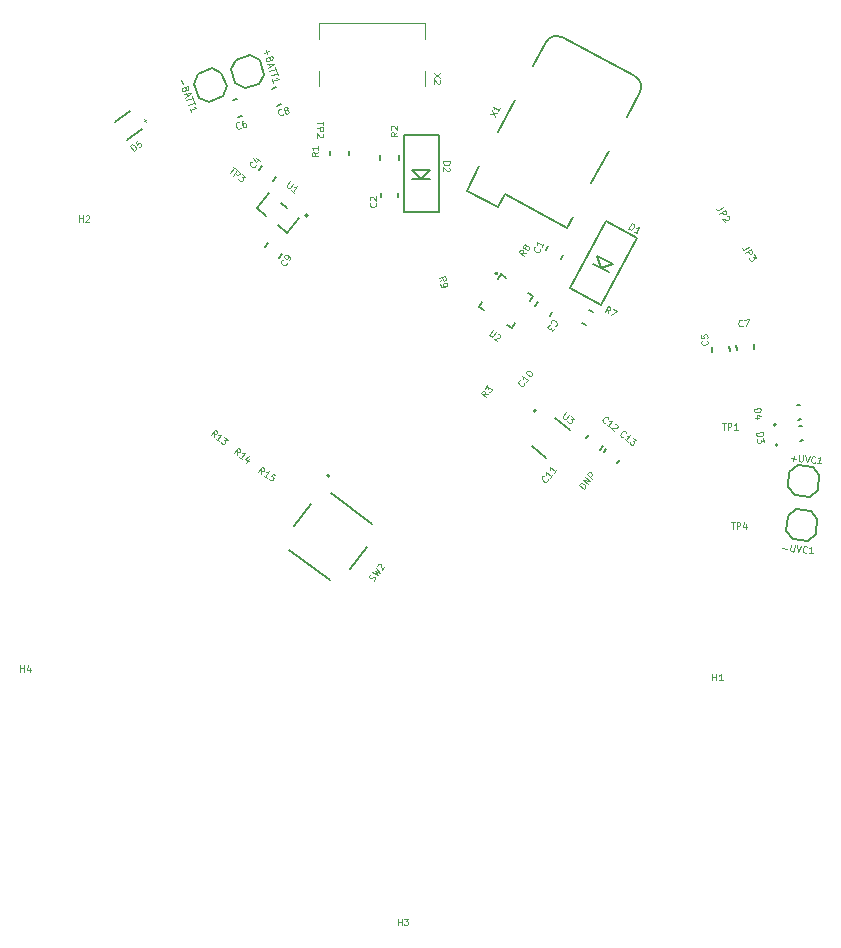
<source format=gto>
%TF.GenerationSoftware,KiCad,Pcbnew,8.0.1*%
%TF.CreationDate,2025-11-28T14:34:22-07:00*%
%TF.ProjectId,F-UVC-Solar-WB_RevA1.1_PCB,462d5556-432d-4536-9f6c-61722d57425f,rev?*%
%TF.SameCoordinates,Original*%
%TF.FileFunction,Legend,Top*%
%TF.FilePolarity,Positive*%
%FSLAX46Y46*%
G04 Gerber Fmt 4.6, Leading zero omitted, Abs format (unit mm)*
G04 Created by KiCad (PCBNEW 8.0.1) date 2025-11-28 14:34:22*
%MOMM*%
%LPD*%
G01*
G04 APERTURE LIST*
%ADD10C,0.054864*%
%ADD11C,0.080000*%
%ADD12C,0.203200*%
%ADD13C,0.200000*%
%ADD14C,0.127000*%
%ADD15C,0.304800*%
%ADD16C,0.152400*%
%ADD17C,0.101600*%
G04 APERTURE END LIST*
D10*
X173516544Y-98297779D02*
X173516544Y-97743043D01*
X173516544Y-98007203D02*
X173833536Y-98007203D01*
X173833536Y-98297779D02*
X173833536Y-97743043D01*
X174335440Y-97927955D02*
X174335440Y-98297779D01*
X174203360Y-97716627D02*
X174071280Y-98112867D01*
X174071280Y-98112867D02*
X174414688Y-98112867D01*
X232092533Y-99014862D02*
X232084778Y-98460180D01*
X232088470Y-98724315D02*
X232405431Y-98719883D01*
X232409494Y-99010431D02*
X232401739Y-98455749D01*
X232964175Y-99002676D02*
X232647214Y-99007107D01*
X232805695Y-99004892D02*
X232797940Y-98450210D01*
X232797940Y-98450210D02*
X232746221Y-98530189D01*
X232746221Y-98530189D02*
X232694133Y-98583754D01*
X232694133Y-98583754D02*
X232641675Y-98610906D01*
X205469744Y-119735379D02*
X205469744Y-119180643D01*
X205469744Y-119444803D02*
X205786736Y-119444803D01*
X205786736Y-119735379D02*
X205786736Y-119180643D01*
X205998064Y-119180643D02*
X206341472Y-119180643D01*
X206341472Y-119180643D02*
X206156560Y-119391971D01*
X206156560Y-119391971D02*
X206235808Y-119391971D01*
X206235808Y-119391971D02*
X206288640Y-119418387D01*
X206288640Y-119418387D02*
X206315056Y-119444803D01*
X206315056Y-119444803D02*
X206341472Y-119497635D01*
X206341472Y-119497635D02*
X206341472Y-119629715D01*
X206341472Y-119629715D02*
X206315056Y-119682547D01*
X206315056Y-119682547D02*
X206288640Y-119708963D01*
X206288640Y-119708963D02*
X206235808Y-119735379D01*
X206235808Y-119735379D02*
X206077312Y-119735379D01*
X206077312Y-119735379D02*
X206024480Y-119708963D01*
X206024480Y-119708963D02*
X205998064Y-119682547D01*
X178494944Y-60197779D02*
X178494944Y-59643043D01*
X178494944Y-59907203D02*
X178811936Y-59907203D01*
X178811936Y-60197779D02*
X178811936Y-59643043D01*
X179049680Y-59695875D02*
X179076096Y-59669459D01*
X179076096Y-59669459D02*
X179128928Y-59643043D01*
X179128928Y-59643043D02*
X179261008Y-59643043D01*
X179261008Y-59643043D02*
X179313840Y-59669459D01*
X179313840Y-59669459D02*
X179340256Y-59695875D01*
X179340256Y-59695875D02*
X179366672Y-59748707D01*
X179366672Y-59748707D02*
X179366672Y-59801539D01*
X179366672Y-59801539D02*
X179340256Y-59880787D01*
X179340256Y-59880787D02*
X179023264Y-60197779D01*
X179023264Y-60197779D02*
X179366672Y-60197779D01*
X209028812Y-65238466D02*
X209250391Y-65004210D01*
X208965067Y-64927950D02*
X209508471Y-64816395D01*
X209508471Y-64816395D02*
X209550968Y-65023406D01*
X209550968Y-65023406D02*
X209535715Y-65080471D01*
X209535715Y-65080471D02*
X209515151Y-65111659D01*
X209515151Y-65111659D02*
X209468711Y-65148160D01*
X209468711Y-65148160D02*
X209391081Y-65164096D01*
X209391081Y-65164096D02*
X209334017Y-65148844D01*
X209334017Y-65148844D02*
X209302828Y-65128280D01*
X209302828Y-65128280D02*
X209266327Y-65081839D01*
X209266327Y-65081839D02*
X209223830Y-64874828D01*
X209081934Y-65497230D02*
X209103182Y-65600735D01*
X209103182Y-65600735D02*
X209139683Y-65647176D01*
X209139683Y-65647176D02*
X209170871Y-65667740D01*
X209170871Y-65667740D02*
X209259125Y-65703556D01*
X209259125Y-65703556D02*
X209367942Y-65708184D01*
X209367942Y-65708184D02*
X209574953Y-65665687D01*
X209574953Y-65665687D02*
X209621394Y-65629186D01*
X209621394Y-65629186D02*
X209641958Y-65597998D01*
X209641958Y-65597998D02*
X209657210Y-65540933D01*
X209657210Y-65540933D02*
X209635962Y-65437428D01*
X209635962Y-65437428D02*
X209599461Y-65390987D01*
X209599461Y-65390987D02*
X209568272Y-65370423D01*
X209568272Y-65370423D02*
X209511208Y-65355171D01*
X209511208Y-65355171D02*
X209381826Y-65381731D01*
X209381826Y-65381731D02*
X209335385Y-65418232D01*
X209335385Y-65418232D02*
X209314821Y-65449420D01*
X209314821Y-65449420D02*
X209299569Y-65506485D01*
X209299569Y-65506485D02*
X209320817Y-65609991D01*
X209320817Y-65609991D02*
X209357318Y-65656431D01*
X209357318Y-65656431D02*
X209388506Y-65676996D01*
X209388506Y-65676996D02*
X209445571Y-65692248D01*
X193923272Y-81582023D02*
X193906441Y-81260014D01*
X193654447Y-81414043D02*
X193948413Y-80943600D01*
X193948413Y-80943600D02*
X194127629Y-81055586D01*
X194127629Y-81055586D02*
X194158435Y-81105985D01*
X194158435Y-81105985D02*
X194166838Y-81142386D01*
X194166838Y-81142386D02*
X194161244Y-81201188D01*
X194161244Y-81201188D02*
X194119249Y-81268394D01*
X194119249Y-81268394D02*
X194068850Y-81299200D01*
X194068850Y-81299200D02*
X194032450Y-81307604D01*
X194032450Y-81307604D02*
X193973647Y-81302009D01*
X193973647Y-81302009D02*
X193794431Y-81190022D01*
X194371313Y-81861990D02*
X194102488Y-81694009D01*
X194236900Y-81778000D02*
X194530866Y-81307557D01*
X194530866Y-81307557D02*
X194444067Y-81346766D01*
X194444067Y-81346766D02*
X194371266Y-81363574D01*
X194371266Y-81363574D02*
X194312463Y-81357979D01*
X195090917Y-81657515D02*
X194866896Y-81517532D01*
X194866896Y-81517532D02*
X194704511Y-81727554D01*
X194704511Y-81727554D02*
X194740911Y-81719150D01*
X194740911Y-81719150D02*
X194799714Y-81724745D01*
X194799714Y-81724745D02*
X194911724Y-81794737D01*
X194911724Y-81794737D02*
X194942530Y-81845135D01*
X194942530Y-81845135D02*
X194950933Y-81881536D01*
X194950933Y-81881536D02*
X194945339Y-81940338D01*
X194945339Y-81940338D02*
X194875347Y-82052348D01*
X194875347Y-82052348D02*
X194824948Y-82083154D01*
X194824948Y-82083154D02*
X194788548Y-82091558D01*
X194788548Y-82091558D02*
X194729745Y-82085963D01*
X194729745Y-82085963D02*
X194617735Y-82015971D01*
X194617735Y-82015971D02*
X194586929Y-81965573D01*
X194586929Y-81965573D02*
X194578526Y-81929172D01*
X209315942Y-55082974D02*
X209870678Y-55082974D01*
X209870678Y-55082974D02*
X209870678Y-55215054D01*
X209870678Y-55215054D02*
X209844262Y-55294302D01*
X209844262Y-55294302D02*
X209791430Y-55347134D01*
X209791430Y-55347134D02*
X209738598Y-55373550D01*
X209738598Y-55373550D02*
X209632934Y-55399966D01*
X209632934Y-55399966D02*
X209553686Y-55399966D01*
X209553686Y-55399966D02*
X209448022Y-55373550D01*
X209448022Y-55373550D02*
X209395190Y-55347134D01*
X209395190Y-55347134D02*
X209342358Y-55294302D01*
X209342358Y-55294302D02*
X209315942Y-55215054D01*
X209315942Y-55215054D02*
X209315942Y-55082974D01*
X209817846Y-55611294D02*
X209844262Y-55637710D01*
X209844262Y-55637710D02*
X209870678Y-55690542D01*
X209870678Y-55690542D02*
X209870678Y-55822622D01*
X209870678Y-55822622D02*
X209844262Y-55875454D01*
X209844262Y-55875454D02*
X209817846Y-55901870D01*
X209817846Y-55901870D02*
X209765014Y-55928286D01*
X209765014Y-55928286D02*
X209712182Y-55928286D01*
X209712182Y-55928286D02*
X209632934Y-55901870D01*
X209632934Y-55901870D02*
X209315942Y-55584878D01*
X209315942Y-55584878D02*
X209315942Y-55928286D01*
X203421860Y-90571951D02*
X203490978Y-90525040D01*
X203490978Y-90525040D02*
X203571200Y-90420114D01*
X203571200Y-90420114D02*
X203582304Y-90362099D01*
X203582304Y-90362099D02*
X203577363Y-90325069D01*
X203577363Y-90325069D02*
X203551437Y-90271995D01*
X203551437Y-90271995D02*
X203509467Y-90239906D01*
X203509467Y-90239906D02*
X203451452Y-90228803D01*
X203451452Y-90228803D02*
X203414422Y-90233743D01*
X203414422Y-90233743D02*
X203361348Y-90259669D01*
X203361348Y-90259669D02*
X203276185Y-90327566D01*
X203276185Y-90327566D02*
X203223111Y-90353492D01*
X203223111Y-90353492D02*
X203186081Y-90358433D01*
X203186081Y-90358433D02*
X203128066Y-90347329D01*
X203128066Y-90347329D02*
X203086096Y-90315240D01*
X203086096Y-90315240D02*
X203060169Y-90262166D01*
X203060169Y-90262166D02*
X203055229Y-90225137D01*
X203055229Y-90225137D02*
X203066332Y-90167122D01*
X203066332Y-90167122D02*
X203146554Y-90062195D01*
X203146554Y-90062195D02*
X203215673Y-90015284D01*
X203306999Y-89852343D02*
X203827911Y-90084350D01*
X203827911Y-90084350D02*
X203577310Y-89759742D01*
X203577310Y-89759742D02*
X203956267Y-89916468D01*
X203956267Y-89916468D02*
X203595799Y-89474608D01*
X203750080Y-89359800D02*
X203745140Y-89322771D01*
X203745140Y-89322771D02*
X203756243Y-89264756D01*
X203756243Y-89264756D02*
X203836465Y-89159829D01*
X203836465Y-89159829D02*
X203889540Y-89133903D01*
X203889540Y-89133903D02*
X203926569Y-89128962D01*
X203926569Y-89128962D02*
X203984584Y-89140066D01*
X203984584Y-89140066D02*
X204026555Y-89172155D01*
X204026555Y-89172155D02*
X204073466Y-89241274D01*
X204073466Y-89241274D02*
X204132756Y-89685630D01*
X204132756Y-89685630D02*
X204341334Y-89412822D01*
X213491728Y-69321766D02*
X213242237Y-69695156D01*
X213242237Y-69695156D02*
X213234849Y-69753760D01*
X213234849Y-69753760D02*
X213242137Y-69790400D01*
X213242137Y-69790400D02*
X213271390Y-69841716D01*
X213271390Y-69841716D02*
X213359246Y-69900420D01*
X213359246Y-69900420D02*
X213417850Y-69907807D01*
X213417850Y-69907807D02*
X213454490Y-69900519D01*
X213454490Y-69900519D02*
X213505806Y-69871267D01*
X213505806Y-69871267D02*
X213755297Y-69497877D01*
X213923622Y-69673889D02*
X213960262Y-69666601D01*
X213960262Y-69666601D02*
X214018866Y-69673989D01*
X214018866Y-69673989D02*
X214128687Y-69747368D01*
X214128687Y-69747368D02*
X214157939Y-69798684D01*
X214157939Y-69798684D02*
X214165227Y-69835324D01*
X214165227Y-69835324D02*
X214157840Y-69893929D01*
X214157840Y-69893929D02*
X214128488Y-69937857D01*
X214128488Y-69937857D02*
X214062496Y-69989073D01*
X214062496Y-69989073D02*
X213622815Y-70076531D01*
X213622815Y-70076531D02*
X213908349Y-70267318D01*
X238038646Y-87821532D02*
X238459563Y-87859839D01*
X238753759Y-87541786D02*
X238713059Y-87989009D01*
X238713059Y-87989009D02*
X238734578Y-88044018D01*
X238734578Y-88044018D02*
X238758491Y-88072720D01*
X238758491Y-88072720D02*
X238808711Y-88103815D01*
X238808711Y-88103815D02*
X238913940Y-88113392D01*
X238913940Y-88113392D02*
X238968949Y-88091873D01*
X238968949Y-88091873D02*
X238997651Y-88067960D01*
X238997651Y-88067960D02*
X239028746Y-88017739D01*
X239028746Y-88017739D02*
X239069447Y-87570515D01*
X239253598Y-87587275D02*
X239387472Y-88156487D01*
X239387472Y-88156487D02*
X239621900Y-87620793D01*
X240076249Y-88166120D02*
X240047548Y-88190033D01*
X240047548Y-88190033D02*
X239966232Y-88209158D01*
X239966232Y-88209158D02*
X239913617Y-88204370D01*
X239913617Y-88204370D02*
X239837090Y-88170880D01*
X239837090Y-88170880D02*
X239789263Y-88113477D01*
X239789263Y-88113477D02*
X239767744Y-88058468D01*
X239767744Y-88058468D02*
X239751014Y-87950845D01*
X239751014Y-87950845D02*
X239758196Y-87871923D01*
X239758196Y-87871923D02*
X239794080Y-87769088D01*
X239794080Y-87769088D02*
X239825176Y-87718868D01*
X239825176Y-87718868D02*
X239882578Y-87671041D01*
X239882578Y-87671041D02*
X239963894Y-87651917D01*
X239963894Y-87651917D02*
X240016509Y-87656705D01*
X240016509Y-87656705D02*
X240093037Y-87690195D01*
X240093037Y-87690195D02*
X240116950Y-87718896D01*
X240597607Y-88266617D02*
X240281919Y-88237888D01*
X240439763Y-88252253D02*
X240490040Y-87699800D01*
X240490040Y-87699800D02*
X240430243Y-87773933D01*
X240430243Y-87773933D02*
X240372840Y-87821759D01*
X240372840Y-87821759D02*
X240317831Y-87843278D01*
X223269214Y-67948742D02*
X223228566Y-67628866D01*
X222988680Y-67801146D02*
X223246973Y-67310211D01*
X223246973Y-67310211D02*
X223433996Y-67408609D01*
X223433996Y-67408609D02*
X223468452Y-67456586D01*
X223468452Y-67456586D02*
X223479530Y-67492263D01*
X223479530Y-67492263D02*
X223478308Y-67551319D01*
X223478308Y-67551319D02*
X223441409Y-67621452D01*
X223441409Y-67621452D02*
X223393432Y-67655908D01*
X223393432Y-67655908D02*
X223357755Y-67666986D01*
X223357755Y-67666986D02*
X223298699Y-67665765D01*
X223298699Y-67665765D02*
X223111677Y-67567368D01*
X223691152Y-67543905D02*
X224018442Y-67716101D01*
X224018442Y-67716101D02*
X223549748Y-68096338D01*
X196097311Y-63640581D02*
X196103670Y-63677393D01*
X196103670Y-63677393D02*
X196079576Y-63757378D01*
X196079576Y-63757378D02*
X196049123Y-63800550D01*
X196049123Y-63800550D02*
X195981857Y-63850081D01*
X195981857Y-63850081D02*
X195908232Y-63862800D01*
X195908232Y-63862800D02*
X195849833Y-63853932D01*
X195849833Y-63853932D02*
X195748263Y-63814612D01*
X195748263Y-63814612D02*
X195683505Y-63768932D01*
X195683505Y-63768932D02*
X195612388Y-63686439D01*
X195612388Y-63686439D02*
X195584442Y-63634400D01*
X195584442Y-63634400D02*
X195571724Y-63560775D01*
X195571724Y-63560775D02*
X195595818Y-63480790D01*
X195595818Y-63480790D02*
X195626271Y-63437618D01*
X195626271Y-63437618D02*
X195693537Y-63388087D01*
X195693537Y-63388087D02*
X195730350Y-63381728D01*
X196292750Y-63455175D02*
X196353656Y-63368831D01*
X196353656Y-63368831D02*
X196362524Y-63310432D01*
X196362524Y-63310432D02*
X196356164Y-63273619D01*
X196356164Y-63273619D02*
X196321860Y-63184768D01*
X196321860Y-63184768D02*
X196250742Y-63102275D01*
X196250742Y-63102275D02*
X196078055Y-62980462D01*
X196078055Y-62980462D02*
X196019656Y-62971594D01*
X196019656Y-62971594D02*
X195982844Y-62977954D01*
X195982844Y-62977954D02*
X195930804Y-63005899D01*
X195930804Y-63005899D02*
X195869898Y-63092243D01*
X195869898Y-63092243D02*
X195861030Y-63150641D01*
X195861030Y-63150641D02*
X195867390Y-63187454D01*
X195867390Y-63187454D02*
X195895335Y-63239493D01*
X195895335Y-63239493D02*
X196003265Y-63315627D01*
X196003265Y-63315627D02*
X196061663Y-63324494D01*
X196061663Y-63324494D02*
X196098476Y-63318135D01*
X196098476Y-63318135D02*
X196150515Y-63290189D01*
X196150515Y-63290189D02*
X196211422Y-63203845D01*
X196211422Y-63203845D02*
X196220289Y-63145447D01*
X196220289Y-63145447D02*
X196213930Y-63108634D01*
X196213930Y-63108634D02*
X196185985Y-63056595D01*
X191862168Y-79965825D02*
X191876840Y-79643710D01*
X191611019Y-79772413D02*
X191949488Y-79332902D01*
X191949488Y-79332902D02*
X192116921Y-79461843D01*
X192116921Y-79461843D02*
X192142662Y-79515007D01*
X192142662Y-79515007D02*
X192147473Y-79552054D01*
X192147473Y-79552054D02*
X192136167Y-79610030D01*
X192136167Y-79610030D02*
X192087814Y-79672817D01*
X192087814Y-79672817D02*
X192034650Y-79698558D01*
X192034650Y-79698558D02*
X191997603Y-79703369D01*
X191997603Y-79703369D02*
X191939628Y-79692063D01*
X191939628Y-79692063D02*
X191772195Y-79563122D01*
X192280751Y-80288176D02*
X192029601Y-80094765D01*
X192155176Y-80191471D02*
X192493645Y-79751959D01*
X192493645Y-79751959D02*
X192403434Y-79782512D01*
X192403434Y-79782512D02*
X192329341Y-79792135D01*
X192329341Y-79792135D02*
X192271365Y-79780829D01*
X192883121Y-80285285D02*
X192657475Y-80578293D01*
X192907416Y-80037265D02*
X192561007Y-80270613D01*
X192561007Y-80270613D02*
X192833085Y-80480142D01*
X218424080Y-68748204D02*
X218416440Y-68711636D01*
X218416440Y-68711636D02*
X218437730Y-68630860D01*
X218437730Y-68630860D02*
X218466658Y-68586652D01*
X218466658Y-68586652D02*
X218532156Y-68534804D01*
X218532156Y-68534804D02*
X218605292Y-68519525D01*
X218605292Y-68519525D02*
X218663965Y-68526350D01*
X218663965Y-68526350D02*
X218766845Y-68562104D01*
X218766845Y-68562104D02*
X218833157Y-68605497D01*
X218833157Y-68605497D02*
X218907108Y-68685459D01*
X218907108Y-68685459D02*
X218936852Y-68736492D01*
X218936852Y-68736492D02*
X218952131Y-68809628D01*
X218952131Y-68809628D02*
X218930842Y-68890405D01*
X218930842Y-68890405D02*
X218901913Y-68934613D01*
X218901913Y-68934613D02*
X218836416Y-68986460D01*
X218836416Y-68986460D02*
X218799847Y-68994100D01*
X218742804Y-69177756D02*
X218554766Y-69465108D01*
X218554766Y-69465108D02*
X218479186Y-69194665D01*
X218479186Y-69194665D02*
X218435792Y-69260977D01*
X218435792Y-69260977D02*
X218384760Y-69290720D01*
X218384760Y-69290720D02*
X218348191Y-69298360D01*
X218348191Y-69298360D02*
X218289519Y-69291535D01*
X218289519Y-69291535D02*
X218178999Y-69219213D01*
X218178999Y-69219213D02*
X218149256Y-69168180D01*
X218149256Y-69168180D02*
X218141616Y-69131611D01*
X218141616Y-69131611D02*
X218148441Y-69072939D01*
X218148441Y-69072939D02*
X218235227Y-68940315D01*
X218235227Y-68940315D02*
X218286260Y-68910572D01*
X218286260Y-68910572D02*
X218322829Y-68902932D01*
X183124122Y-54188475D02*
X182810715Y-53730754D01*
X182810715Y-53730754D02*
X182919696Y-53656134D01*
X182919696Y-53656134D02*
X183000008Y-53633157D01*
X183000008Y-53633157D02*
X183073449Y-53646901D01*
X183073449Y-53646901D02*
X183125094Y-53675570D01*
X183125094Y-53675570D02*
X183206587Y-53747830D01*
X183206587Y-53747830D02*
X183251359Y-53813219D01*
X183251359Y-53813219D02*
X183289260Y-53915328D01*
X183289260Y-53915328D02*
X183297312Y-53973844D01*
X183297312Y-53973844D02*
X183283568Y-54047285D01*
X183283568Y-54047285D02*
X183233103Y-54113854D01*
X183233103Y-54113854D02*
X183124122Y-54188475D01*
X183486397Y-53268105D02*
X183268435Y-53417347D01*
X183268435Y-53417347D02*
X183395880Y-53650233D01*
X183395880Y-53650233D02*
X183402752Y-53613513D01*
X183402752Y-53613513D02*
X183431421Y-53561868D01*
X183431421Y-53561868D02*
X183540402Y-53487247D01*
X183540402Y-53487247D02*
X183598918Y-53479195D01*
X183598918Y-53479195D02*
X183635638Y-53486067D01*
X183635638Y-53486067D02*
X183687283Y-53514735D01*
X183687283Y-53514735D02*
X183761904Y-53623716D01*
X183761904Y-53623716D02*
X183769956Y-53682233D01*
X183769956Y-53682233D02*
X183763084Y-53718953D01*
X183763084Y-53718953D02*
X183734416Y-53770598D01*
X183734416Y-53770598D02*
X183625435Y-53845219D01*
X183625435Y-53845219D02*
X183566918Y-53853271D01*
X183566918Y-53853271D02*
X183530198Y-53846399D01*
D11*
X183964120Y-51681139D02*
X184165290Y-51543395D01*
X184133577Y-51712852D02*
X183995833Y-51511682D01*
D10*
X194293869Y-45612315D02*
X194413202Y-46017775D01*
X194150806Y-45874712D02*
X194556266Y-45755379D01*
X194616018Y-46426201D02*
X194613052Y-46509683D01*
X194613052Y-46509683D02*
X194595169Y-46542483D01*
X194595169Y-46542483D02*
X194551945Y-46582741D01*
X194551945Y-46582741D02*
X194475921Y-46605116D01*
X194475921Y-46605116D02*
X194417780Y-46594691D01*
X194417780Y-46594691D02*
X194384980Y-46576808D01*
X194384980Y-46576808D02*
X194344723Y-46533584D01*
X194344723Y-46533584D02*
X194285056Y-46330854D01*
X194285056Y-46330854D02*
X194817222Y-46174229D01*
X194817222Y-46174229D02*
X194869430Y-46351618D01*
X194869430Y-46351618D02*
X194859006Y-46409759D01*
X194859006Y-46409759D02*
X194841123Y-46442558D01*
X194841123Y-46442558D02*
X194797899Y-46482816D01*
X194797899Y-46482816D02*
X194747216Y-46497733D01*
X194747216Y-46497733D02*
X194689075Y-46487308D01*
X194689075Y-46487308D02*
X194656276Y-46469425D01*
X194656276Y-46469425D02*
X194616018Y-46426201D01*
X194616018Y-46426201D02*
X194563810Y-46248813D01*
X194586270Y-46792929D02*
X194660853Y-47046341D01*
X194419306Y-46786996D02*
X195003680Y-46807760D01*
X195003680Y-46807760D02*
X194523723Y-47141774D01*
X195085722Y-47086514D02*
X195175222Y-47390609D01*
X194598306Y-47395186D02*
X195130472Y-47238561D01*
X195205055Y-47491974D02*
X195294555Y-47796068D01*
X194717639Y-47800646D02*
X195249805Y-47644021D01*
X194896639Y-48408836D02*
X194807139Y-48104741D01*
X194851889Y-48256788D02*
X195384055Y-48100163D01*
X195384055Y-48100163D02*
X195293115Y-48071856D01*
X195293115Y-48071856D02*
X195227516Y-48036090D01*
X195227516Y-48036090D02*
X195187258Y-47992866D01*
X219725078Y-76309244D02*
X219441252Y-76657249D01*
X219441252Y-76657249D02*
X219428331Y-76714887D01*
X219428331Y-76714887D02*
X219432106Y-76752054D01*
X219432106Y-76752054D02*
X219456353Y-76805916D01*
X219456353Y-76805916D02*
X219538236Y-76872699D01*
X219538236Y-76872699D02*
X219595874Y-76885619D01*
X219595874Y-76885619D02*
X219633040Y-76881844D01*
X219633040Y-76881844D02*
X219686903Y-76857598D01*
X219686903Y-76857598D02*
X219970729Y-76509592D01*
X220134497Y-76643157D02*
X220400619Y-76860201D01*
X220400619Y-76860201D02*
X220123757Y-76907099D01*
X220123757Y-76907099D02*
X220185170Y-76957186D01*
X220185170Y-76957186D02*
X220209416Y-77011048D01*
X220209416Y-77011048D02*
X220213191Y-77048215D01*
X220213191Y-77048215D02*
X220200271Y-77105852D01*
X220200271Y-77105852D02*
X220116792Y-77208207D01*
X220116792Y-77208207D02*
X220062930Y-77232453D01*
X220062930Y-77232453D02*
X220025763Y-77236228D01*
X220025763Y-77236228D02*
X219968126Y-77223308D01*
X219968126Y-77223308D02*
X219845300Y-77123134D01*
X219845300Y-77123134D02*
X219821054Y-77069272D01*
X219821054Y-77069272D02*
X219817279Y-77032105D01*
X189880968Y-78441825D02*
X189895640Y-78119710D01*
X189629819Y-78248413D02*
X189968288Y-77808902D01*
X189968288Y-77808902D02*
X190135721Y-77937843D01*
X190135721Y-77937843D02*
X190161462Y-77991007D01*
X190161462Y-77991007D02*
X190166273Y-78028054D01*
X190166273Y-78028054D02*
X190154967Y-78086030D01*
X190154967Y-78086030D02*
X190106614Y-78148817D01*
X190106614Y-78148817D02*
X190053450Y-78174558D01*
X190053450Y-78174558D02*
X190016403Y-78179369D01*
X190016403Y-78179369D02*
X189958428Y-78168063D01*
X189958428Y-78168063D02*
X189790995Y-78039122D01*
X190299551Y-78764176D02*
X190048401Y-78570765D01*
X190173976Y-78667471D02*
X190512445Y-78227959D01*
X190512445Y-78227959D02*
X190422234Y-78258512D01*
X190422234Y-78258512D02*
X190348141Y-78268135D01*
X190348141Y-78268135D02*
X190290165Y-78256829D01*
X190784524Y-78437488D02*
X191056602Y-78647017D01*
X191056602Y-78647017D02*
X190781158Y-78701627D01*
X190781158Y-78701627D02*
X190843945Y-78749979D01*
X190843945Y-78749979D02*
X190869686Y-78803144D01*
X190869686Y-78803144D02*
X190874497Y-78840190D01*
X190874497Y-78840190D02*
X190863191Y-78898166D01*
X190863191Y-78898166D02*
X190782603Y-79002812D01*
X190782603Y-79002812D02*
X190729439Y-79028553D01*
X190729439Y-79028553D02*
X190692392Y-79033364D01*
X190692392Y-79033364D02*
X190634417Y-79022058D01*
X190634417Y-79022058D02*
X190508842Y-78925352D01*
X190508842Y-78925352D02*
X190483101Y-78872188D01*
X190483101Y-78872188D02*
X190478290Y-78835141D01*
X218164316Y-81987664D02*
X218167832Y-82024856D01*
X218167832Y-82024856D02*
X218137671Y-82102756D01*
X218137671Y-82102756D02*
X218103995Y-82143464D01*
X218103995Y-82143464D02*
X218033126Y-82187687D01*
X218033126Y-82187687D02*
X217958742Y-82194719D01*
X217958742Y-82194719D02*
X217901196Y-82181396D01*
X217901196Y-82181396D02*
X217802943Y-82134397D01*
X217802943Y-82134397D02*
X217741881Y-82083883D01*
X217741881Y-82083883D02*
X217677304Y-81996176D01*
X217677304Y-81996176D02*
X217653434Y-81942146D01*
X217653434Y-81942146D02*
X217646403Y-81867762D01*
X217646403Y-81867762D02*
X217676563Y-81789862D01*
X217676563Y-81789862D02*
X217710240Y-81749154D01*
X217710240Y-81749154D02*
X217781108Y-81704931D01*
X217781108Y-81704931D02*
X217818300Y-81701415D01*
X218541788Y-81614263D02*
X218339730Y-81858510D01*
X218440759Y-81736386D02*
X218013327Y-81382784D01*
X218013327Y-81382784D02*
X218040712Y-81474007D01*
X218040712Y-81474007D02*
X218047744Y-81548391D01*
X218047744Y-81548391D02*
X218034421Y-81605937D01*
X218878552Y-81207186D02*
X218676493Y-81451432D01*
X218777523Y-81329309D02*
X218350091Y-80975707D01*
X218350091Y-80975707D02*
X218377476Y-81066929D01*
X218377476Y-81066929D02*
X218384508Y-81141313D01*
X218384508Y-81141313D02*
X218371185Y-81198859D01*
X221228908Y-82804119D02*
X220801477Y-82450517D01*
X220801477Y-82450517D02*
X220885668Y-82348748D01*
X220885668Y-82348748D02*
X220956536Y-82304524D01*
X220956536Y-82304524D02*
X221030921Y-82297493D01*
X221030921Y-82297493D02*
X221088466Y-82310815D01*
X221088466Y-82310815D02*
X221186720Y-82357814D01*
X221186720Y-82357814D02*
X221247782Y-82408329D01*
X221247782Y-82408329D02*
X221312359Y-82496035D01*
X221312359Y-82496035D02*
X221336229Y-82550066D01*
X221336229Y-82550066D02*
X221343260Y-82624450D01*
X221343260Y-82624450D02*
X221313099Y-82702350D01*
X221313099Y-82702350D02*
X221228908Y-82804119D01*
X221582510Y-82376688D02*
X221155079Y-82023086D01*
X221155079Y-82023086D02*
X221784569Y-82132441D01*
X221784569Y-82132441D02*
X221357137Y-81778839D01*
X221952951Y-81928902D02*
X221525519Y-81575300D01*
X221525519Y-81575300D02*
X221660225Y-81412469D01*
X221660225Y-81412469D02*
X221714255Y-81388600D01*
X221714255Y-81388600D02*
X221751447Y-81385084D01*
X221751447Y-81385084D02*
X221808993Y-81398406D01*
X221808993Y-81398406D02*
X221870055Y-81448921D01*
X221870055Y-81448921D02*
X221893924Y-81502951D01*
X221893924Y-81502951D02*
X221897440Y-81540143D01*
X221897440Y-81540143D02*
X221884117Y-81597689D01*
X221884117Y-81597689D02*
X221749412Y-81760520D01*
X234663860Y-68977651D02*
X234639351Y-69005845D01*
X234639351Y-69005845D02*
X234562138Y-69037723D01*
X234562138Y-69037723D02*
X234509435Y-69041408D01*
X234509435Y-69041408D02*
X234428538Y-69020583D01*
X234428538Y-69020583D02*
X234372150Y-68971564D01*
X234372150Y-68971564D02*
X234342114Y-68920703D01*
X234342114Y-68920703D02*
X234308393Y-68817138D01*
X234308393Y-68817138D02*
X234302866Y-68738083D01*
X234302866Y-68738083D02*
X234321849Y-68630834D01*
X234321849Y-68630834D02*
X234344516Y-68576289D01*
X234344516Y-68576289D02*
X234393535Y-68519901D01*
X234393535Y-68519901D02*
X234470748Y-68488022D01*
X234470748Y-68488022D02*
X234523451Y-68484338D01*
X234523451Y-68484338D02*
X234604349Y-68505163D01*
X234604349Y-68505163D02*
X234632543Y-68529672D01*
X234813320Y-68464073D02*
X235182244Y-68438282D01*
X235182244Y-68438282D02*
X234983765Y-69008248D01*
X213147449Y-74803515D02*
X212825445Y-74786600D01*
X212952294Y-75053312D02*
X212515150Y-74711790D01*
X212515150Y-74711790D02*
X212645254Y-74545259D01*
X212645254Y-74545259D02*
X212698596Y-74519889D01*
X212698596Y-74519889D02*
X212735675Y-74515336D01*
X212735675Y-74515336D02*
X212793571Y-74527045D01*
X212793571Y-74527045D02*
X212856020Y-74575834D01*
X212856020Y-74575834D02*
X212881390Y-74629176D01*
X212881390Y-74629176D02*
X212885943Y-74666256D01*
X212885943Y-74666256D02*
X212874234Y-74724151D01*
X212874234Y-74724151D02*
X212744130Y-74890682D01*
X212824146Y-74316279D02*
X213035565Y-74045666D01*
X213035565Y-74045666D02*
X213088255Y-74321484D01*
X213088255Y-74321484D02*
X213137044Y-74259035D01*
X213137044Y-74259035D02*
X213190386Y-74233665D01*
X213190386Y-74233665D02*
X213227465Y-74229112D01*
X213227465Y-74229112D02*
X213285361Y-74240821D01*
X213285361Y-74240821D02*
X213389443Y-74322136D01*
X213389443Y-74322136D02*
X213414813Y-74375478D01*
X213414813Y-74375478D02*
X213419366Y-74412558D01*
X213419366Y-74412558D02*
X213407657Y-74470453D01*
X213407657Y-74470453D02*
X213310079Y-74595352D01*
X213310079Y-74595352D02*
X213256737Y-74620721D01*
X213256737Y-74620721D02*
X213219657Y-74625275D01*
X231665154Y-70244225D02*
X231693176Y-70268931D01*
X231693176Y-70268931D02*
X231724515Y-70346364D01*
X231724515Y-70346364D02*
X231727831Y-70399092D01*
X231727831Y-70399092D02*
X231706442Y-70479842D01*
X231706442Y-70479842D02*
X231657030Y-70535886D01*
X231657030Y-70535886D02*
X231605961Y-70565567D01*
X231605961Y-70565567D02*
X231502163Y-70598563D01*
X231502163Y-70598563D02*
X231423072Y-70603538D01*
X231423072Y-70603538D02*
X231315958Y-70583807D01*
X231315958Y-70583807D02*
X231261572Y-70560759D01*
X231261572Y-70560759D02*
X231205528Y-70511348D01*
X231205528Y-70511348D02*
X231174189Y-70433915D01*
X231174189Y-70433915D02*
X231170873Y-70381187D01*
X231170873Y-70381187D02*
X231192262Y-70300437D01*
X231192262Y-70300437D02*
X231216968Y-70272415D01*
X231132734Y-69774817D02*
X231149316Y-70038456D01*
X231149316Y-70038456D02*
X231414613Y-70048238D01*
X231414613Y-70048238D02*
X231386591Y-70023532D01*
X231386591Y-70023532D02*
X231356911Y-69972463D01*
X231356911Y-69972463D02*
X231348620Y-69840643D01*
X231348620Y-69840643D02*
X231371667Y-69786257D01*
X231371667Y-69786257D02*
X231396373Y-69758235D01*
X231396373Y-69758235D02*
X231447442Y-69728555D01*
X231447442Y-69728555D02*
X231579262Y-69720263D01*
X231579262Y-69720263D02*
X231633648Y-69743311D01*
X231633648Y-69743311D02*
X231661670Y-69768017D01*
X231661670Y-69768017D02*
X231691350Y-69819086D01*
X231691350Y-69819086D02*
X231699641Y-69950906D01*
X231699641Y-69950906D02*
X231676594Y-70005292D01*
X231676594Y-70005292D02*
X231651888Y-70033314D01*
X217508039Y-62484484D02*
X217519614Y-62520003D01*
X217519614Y-62520003D02*
X217507245Y-62602617D01*
X217507245Y-62602617D02*
X217483301Y-62649712D01*
X217483301Y-62649712D02*
X217423838Y-62708381D01*
X217423838Y-62708381D02*
X217352799Y-62731532D01*
X217352799Y-62731532D02*
X217293732Y-62731135D01*
X217293732Y-62731135D02*
X217187571Y-62706794D01*
X217187571Y-62706794D02*
X217116929Y-62670878D01*
X217116929Y-62670878D02*
X217034712Y-62599442D01*
X217034712Y-62599442D02*
X216999590Y-62551951D01*
X216999590Y-62551951D02*
X216976439Y-62480912D01*
X216976439Y-62480912D02*
X216988808Y-62398298D01*
X216988808Y-62398298D02*
X217012752Y-62351204D01*
X217012752Y-62351204D02*
X217072216Y-62292534D01*
X217072216Y-62292534D02*
X217107735Y-62280959D01*
X217794575Y-62037482D02*
X217650910Y-62320050D01*
X217722742Y-62178766D02*
X217228249Y-61927352D01*
X217228249Y-61927352D02*
X217274947Y-62010363D01*
X217274947Y-62010363D02*
X217298098Y-62081402D01*
X217298098Y-62081402D02*
X217297701Y-62140469D01*
X191509221Y-55524166D02*
X191756265Y-55722795D01*
X191285143Y-56055807D02*
X191632743Y-55623480D01*
X191552774Y-56270988D02*
X191900374Y-55838661D01*
X191900374Y-55838661D02*
X192065070Y-55971080D01*
X192065070Y-55971080D02*
X192089691Y-56024772D01*
X192089691Y-56024772D02*
X192093726Y-56061911D01*
X192093726Y-56061911D02*
X192081208Y-56119638D01*
X192081208Y-56119638D02*
X192031551Y-56181399D01*
X192031551Y-56181399D02*
X191977859Y-56206020D01*
X191977859Y-56206020D02*
X191940720Y-56210055D01*
X191940720Y-56210055D02*
X191882994Y-56197537D01*
X191882994Y-56197537D02*
X191718298Y-56065118D01*
X192291527Y-56153156D02*
X192559157Y-56368337D01*
X192559157Y-56368337D02*
X192282630Y-56417166D01*
X192282630Y-56417166D02*
X192344391Y-56466823D01*
X192344391Y-56466823D02*
X192369012Y-56520515D01*
X192369012Y-56520515D02*
X192373047Y-56557654D01*
X192373047Y-56557654D02*
X192360529Y-56615381D01*
X192360529Y-56615381D02*
X192277767Y-56718316D01*
X192277767Y-56718316D02*
X192224075Y-56742937D01*
X192224075Y-56742937D02*
X192186936Y-56746972D01*
X192186936Y-56746972D02*
X192129210Y-56734454D01*
X192129210Y-56734454D02*
X192005688Y-56635140D01*
X192005688Y-56635140D02*
X191981066Y-56581448D01*
X191981066Y-56581448D02*
X191977032Y-56544309D01*
X209058667Y-47608972D02*
X208506527Y-47982660D01*
X209061249Y-47978787D02*
X208503945Y-47612845D01*
X209009710Y-48164063D02*
X209036309Y-48190294D01*
X209036309Y-48190294D02*
X209063093Y-48242941D01*
X209063093Y-48242941D02*
X209064016Y-48375017D01*
X209064016Y-48375017D02*
X209037969Y-48428033D01*
X209037969Y-48428033D02*
X209011738Y-48454632D01*
X209011738Y-48454632D02*
X208959092Y-48481416D01*
X208959092Y-48481416D02*
X208906261Y-48481785D01*
X208906261Y-48481785D02*
X208826831Y-48455923D01*
X208826831Y-48455923D02*
X208507633Y-48141152D01*
X208507633Y-48141152D02*
X208510031Y-48484552D01*
X216188765Y-73860609D02*
X216192799Y-73897748D01*
X216192799Y-73897748D02*
X216163728Y-73976061D01*
X216163728Y-73976061D02*
X216130622Y-74017235D01*
X216130622Y-74017235D02*
X216060377Y-74062442D01*
X216060377Y-74062442D02*
X215986098Y-74070510D01*
X215986098Y-74070510D02*
X215928372Y-74057991D01*
X215928372Y-74057991D02*
X215829473Y-74012367D01*
X215829473Y-74012367D02*
X215767713Y-73962709D01*
X215767713Y-73962709D02*
X215701919Y-73875911D01*
X215701919Y-73875911D02*
X215677298Y-73822219D01*
X215677298Y-73822219D02*
X215669230Y-73747940D01*
X215669230Y-73747940D02*
X215698301Y-73669627D01*
X215698301Y-73669627D02*
X215731407Y-73628454D01*
X215731407Y-73628454D02*
X215801652Y-73583247D01*
X215801652Y-73583247D02*
X215838791Y-73579213D01*
X216560993Y-73481980D02*
X216362360Y-73729021D01*
X216461677Y-73605500D02*
X216029356Y-73257893D01*
X216029356Y-73257893D02*
X216058011Y-73348725D01*
X216058011Y-73348725D02*
X216066079Y-73423004D01*
X216066079Y-73423004D02*
X216053560Y-73480730D01*
X216343858Y-72866746D02*
X216376963Y-72825572D01*
X216376963Y-72825572D02*
X216430655Y-72800952D01*
X216430655Y-72800952D02*
X216467795Y-72796918D01*
X216467795Y-72796918D02*
X216525521Y-72809437D01*
X216525521Y-72809437D02*
X216624420Y-72855061D01*
X216624420Y-72855061D02*
X216727354Y-72937824D01*
X216727354Y-72937824D02*
X216793148Y-73024622D01*
X216793148Y-73024622D02*
X216817769Y-73078314D01*
X216817769Y-73078314D02*
X216821803Y-73115454D01*
X216821803Y-73115454D02*
X216809284Y-73173180D01*
X216809284Y-73173180D02*
X216776178Y-73214353D01*
X216776178Y-73214353D02*
X216722486Y-73238974D01*
X216722486Y-73238974D02*
X216685347Y-73243008D01*
X216685347Y-73243008D02*
X216627621Y-73230489D01*
X216627621Y-73230489D02*
X216528721Y-73184865D01*
X216528721Y-73184865D02*
X216425788Y-73102101D01*
X216425788Y-73102101D02*
X216359994Y-73015304D01*
X216359994Y-73015304D02*
X216335373Y-72961611D01*
X216335373Y-72961611D02*
X216331339Y-72924472D01*
X216331339Y-72924472D02*
X216343858Y-72866746D01*
X196343161Y-56755273D02*
X196069162Y-57111068D01*
X196069162Y-57111068D02*
X196057856Y-57169044D01*
X196057856Y-57169044D02*
X196062667Y-57206091D01*
X196062667Y-57206091D02*
X196088408Y-57259255D01*
X196088408Y-57259255D02*
X196172124Y-57323725D01*
X196172124Y-57323725D02*
X196230100Y-57335031D01*
X196230100Y-57335031D02*
X196267147Y-57330220D01*
X196267147Y-57330220D02*
X196320311Y-57304479D01*
X196320311Y-57304479D02*
X196594310Y-56948684D01*
X196695353Y-57726665D02*
X196444203Y-57533254D01*
X196569778Y-57629960D02*
X196908247Y-57190448D01*
X196908247Y-57190448D02*
X196818036Y-57221000D01*
X196818036Y-57221000D02*
X196743943Y-57230623D01*
X196743943Y-57230623D02*
X196685967Y-57219317D01*
X238749846Y-80201532D02*
X239170763Y-80239839D01*
X238941151Y-80431144D02*
X238979458Y-80010227D01*
X239464959Y-79921786D02*
X239424259Y-80369009D01*
X239424259Y-80369009D02*
X239445778Y-80424018D01*
X239445778Y-80424018D02*
X239469691Y-80452720D01*
X239469691Y-80452720D02*
X239519911Y-80483815D01*
X239519911Y-80483815D02*
X239625140Y-80493392D01*
X239625140Y-80493392D02*
X239680149Y-80471873D01*
X239680149Y-80471873D02*
X239708851Y-80447960D01*
X239708851Y-80447960D02*
X239739946Y-80397739D01*
X239739946Y-80397739D02*
X239780647Y-79950515D01*
X239964798Y-79967275D02*
X240098672Y-80536487D01*
X240098672Y-80536487D02*
X240333100Y-80000793D01*
X240787449Y-80546120D02*
X240758748Y-80570033D01*
X240758748Y-80570033D02*
X240677432Y-80589158D01*
X240677432Y-80589158D02*
X240624817Y-80584370D01*
X240624817Y-80584370D02*
X240548290Y-80550880D01*
X240548290Y-80550880D02*
X240500463Y-80493477D01*
X240500463Y-80493477D02*
X240478944Y-80438468D01*
X240478944Y-80438468D02*
X240462214Y-80330845D01*
X240462214Y-80330845D02*
X240469396Y-80251923D01*
X240469396Y-80251923D02*
X240505280Y-80149088D01*
X240505280Y-80149088D02*
X240536376Y-80098868D01*
X240536376Y-80098868D02*
X240593778Y-80051041D01*
X240593778Y-80051041D02*
X240675094Y-80031917D01*
X240675094Y-80031917D02*
X240727709Y-80036705D01*
X240727709Y-80036705D02*
X240804237Y-80070195D01*
X240804237Y-80070195D02*
X240828150Y-80098896D01*
X241308807Y-80646617D02*
X240993119Y-80617888D01*
X241150963Y-80632253D02*
X241201240Y-80079800D01*
X241201240Y-80079800D02*
X241141443Y-80153933D01*
X241141443Y-80153933D02*
X241084040Y-80201759D01*
X241084040Y-80201759D02*
X241029031Y-80223278D01*
X232902097Y-77229167D02*
X233219082Y-77231380D01*
X233056717Y-77784996D02*
X233060589Y-77230274D01*
X233400116Y-77787393D02*
X233403989Y-77232671D01*
X233403989Y-77232671D02*
X233615312Y-77234146D01*
X233615312Y-77234146D02*
X233667958Y-77260930D01*
X233667958Y-77260930D02*
X233694189Y-77287530D01*
X233694189Y-77287530D02*
X233720236Y-77340545D01*
X233720236Y-77340545D02*
X233719682Y-77419791D01*
X233719682Y-77419791D02*
X233692898Y-77472438D01*
X233692898Y-77472438D02*
X233666298Y-77498669D01*
X233666298Y-77498669D02*
X233613283Y-77524715D01*
X233613283Y-77524715D02*
X233401960Y-77523240D01*
X234245408Y-77793295D02*
X233928423Y-77791082D01*
X234086916Y-77792188D02*
X234090788Y-77237466D01*
X234090788Y-77237466D02*
X234037404Y-77316343D01*
X234037404Y-77316343D02*
X233984205Y-77368805D01*
X233984205Y-77368805D02*
X233931190Y-77394851D01*
X223013220Y-77208404D02*
X222976174Y-77213216D01*
X222976174Y-77213216D02*
X222897268Y-77185794D01*
X222897268Y-77185794D02*
X222855410Y-77153560D01*
X222855410Y-77153560D02*
X222808739Y-77084279D01*
X222808739Y-77084279D02*
X222799114Y-77010185D01*
X222799114Y-77010185D02*
X222810419Y-76952209D01*
X222810419Y-76952209D02*
X222853959Y-76852374D01*
X222853959Y-76852374D02*
X222902311Y-76789586D01*
X222902311Y-76789586D02*
X222987709Y-76721986D01*
X222987709Y-76721986D02*
X223040873Y-76696244D01*
X223040873Y-76696244D02*
X223114966Y-76686620D01*
X223114966Y-76686620D02*
X223193871Y-76714042D01*
X223193871Y-76714042D02*
X223235730Y-76746277D01*
X223235730Y-76746277D02*
X223282401Y-76815558D01*
X223282401Y-76815558D02*
X223287213Y-76852604D01*
X223399574Y-77572608D02*
X223148421Y-77379201D01*
X223273998Y-77475904D02*
X223612459Y-77036387D01*
X223612459Y-77036387D02*
X223522249Y-77066941D01*
X223522249Y-77066941D02*
X223448156Y-77076565D01*
X223448156Y-77076565D02*
X223390180Y-77065260D01*
X223873237Y-77303887D02*
X223910283Y-77299075D01*
X223910283Y-77299075D02*
X223968259Y-77310380D01*
X223968259Y-77310380D02*
X224072906Y-77390966D01*
X224072906Y-77390966D02*
X224098648Y-77444130D01*
X224098648Y-77444130D02*
X224103460Y-77481176D01*
X224103460Y-77481176D02*
X224092155Y-77539152D01*
X224092155Y-77539152D02*
X224059921Y-77581011D01*
X224059921Y-77581011D02*
X223990640Y-77627682D01*
X223990640Y-77627682D02*
X223546080Y-77685428D01*
X223546080Y-77685428D02*
X223818162Y-77894952D01*
X213243484Y-51072873D02*
X213905379Y-50992891D01*
X213410229Y-50742773D02*
X213738633Y-51322991D01*
X214131676Y-50544899D02*
X213988751Y-50827841D01*
X214060214Y-50686370D02*
X213565064Y-50436252D01*
X213565064Y-50436252D02*
X213611979Y-50519140D01*
X213611979Y-50519140D02*
X213635315Y-50590118D01*
X213635315Y-50590118D02*
X213635073Y-50649186D01*
X193444852Y-55366074D02*
X193449145Y-55403185D01*
X193449145Y-55403185D02*
X193420623Y-55481699D01*
X193420623Y-55481699D02*
X193387806Y-55523103D01*
X193387806Y-55523103D02*
X193317879Y-55568801D01*
X193317879Y-55568801D02*
X193243659Y-55577389D01*
X193243659Y-55577389D02*
X193185846Y-55565274D01*
X193185846Y-55565274D02*
X193086630Y-55520343D01*
X193086630Y-55520343D02*
X193024524Y-55471119D01*
X193024524Y-55471119D02*
X192958124Y-55384784D01*
X192958124Y-55384784D02*
X192933128Y-55331265D01*
X192933128Y-55331265D02*
X192924541Y-55257045D01*
X192924541Y-55257045D02*
X192953063Y-55178530D01*
X192953063Y-55178530D02*
X192985880Y-55137126D01*
X192985880Y-55137126D02*
X193055806Y-55091428D01*
X193055806Y-55091428D02*
X193092917Y-55087134D01*
X193491775Y-54796539D02*
X193781604Y-55026254D01*
X193244118Y-54768783D02*
X193472607Y-55118417D01*
X193472607Y-55118417D02*
X193685914Y-54849290D01*
X235623333Y-76037902D02*
X236175786Y-75987625D01*
X236175786Y-75987625D02*
X236187756Y-76119162D01*
X236187756Y-76119162D02*
X236168631Y-76200478D01*
X236168631Y-76200478D02*
X236120805Y-76257880D01*
X236120805Y-76257880D02*
X236070585Y-76288976D01*
X236070585Y-76288976D02*
X235967750Y-76324860D01*
X235967750Y-76324860D02*
X235888828Y-76332042D01*
X235888828Y-76332042D02*
X235781205Y-76315312D01*
X235781205Y-76315312D02*
X235726196Y-76293793D01*
X235726196Y-76293793D02*
X235668793Y-76245966D01*
X235668793Y-76245966D02*
X235635303Y-76169439D01*
X235635303Y-76169439D02*
X235623333Y-76037902D01*
X236063459Y-76793603D02*
X235695157Y-76827121D01*
X236261947Y-76642913D02*
X235855367Y-76547289D01*
X235855367Y-76547289D02*
X235886491Y-76889284D01*
X235818686Y-78070671D02*
X236371139Y-78020394D01*
X236371139Y-78020394D02*
X236383109Y-78151931D01*
X236383109Y-78151931D02*
X236363984Y-78233247D01*
X236363984Y-78233247D02*
X236316158Y-78290649D01*
X236316158Y-78290649D02*
X236265938Y-78321745D01*
X236265938Y-78321745D02*
X236163103Y-78357629D01*
X236163103Y-78357629D02*
X236084181Y-78364811D01*
X236084181Y-78364811D02*
X235976558Y-78348081D01*
X235976558Y-78348081D02*
X235921549Y-78326562D01*
X235921549Y-78326562D02*
X235864146Y-78278735D01*
X235864146Y-78278735D02*
X235830656Y-78202208D01*
X235830656Y-78202208D02*
X235818686Y-78070671D01*
X236416627Y-78520232D02*
X236447751Y-78862227D01*
X236447751Y-78862227D02*
X236220534Y-78697229D01*
X236220534Y-78697229D02*
X236227717Y-78776151D01*
X236227717Y-78776151D02*
X236206198Y-78831160D01*
X236206198Y-78831160D02*
X236182284Y-78859861D01*
X236182284Y-78859861D02*
X236132064Y-78890957D01*
X236132064Y-78890957D02*
X236000528Y-78902928D01*
X236000528Y-78902928D02*
X235945519Y-78881409D01*
X235945519Y-78881409D02*
X235916817Y-78857496D01*
X235916817Y-78857496D02*
X235885722Y-78807275D01*
X235885722Y-78807275D02*
X235871357Y-78649431D01*
X235871357Y-78649431D02*
X235892876Y-78594423D01*
X235892876Y-78594423D02*
X235916789Y-78565721D01*
X192157877Y-52206115D02*
X192139537Y-52238661D01*
X192139537Y-52238661D02*
X192070312Y-52285414D01*
X192070312Y-52285414D02*
X192019426Y-52299621D01*
X192019426Y-52299621D02*
X191935993Y-52295488D01*
X191935993Y-52295488D02*
X191870901Y-52258809D01*
X191870901Y-52258809D02*
X191831251Y-52215026D01*
X191831251Y-52215026D02*
X191777394Y-52120357D01*
X191777394Y-52120357D02*
X191756084Y-52044028D01*
X191756084Y-52044028D02*
X191753114Y-51935153D01*
X191753114Y-51935153D02*
X191764350Y-51877163D01*
X191764350Y-51877163D02*
X191801030Y-51812070D01*
X191801030Y-51812070D02*
X191870256Y-51765317D01*
X191870256Y-51765317D02*
X191921142Y-51751111D01*
X191921142Y-51751111D02*
X192004574Y-51755244D01*
X192004574Y-51755244D02*
X192037120Y-51773583D01*
X192480888Y-51594837D02*
X192379116Y-51623250D01*
X192379116Y-51623250D02*
X192335333Y-51662900D01*
X192335333Y-51662900D02*
X192316994Y-51695447D01*
X192316994Y-51695447D02*
X192287418Y-51785982D01*
X192287418Y-51785982D02*
X192290388Y-51894858D01*
X192290388Y-51894858D02*
X192347215Y-52098402D01*
X192347215Y-52098402D02*
X192386864Y-52142185D01*
X192386864Y-52142185D02*
X192419411Y-52160524D01*
X192419411Y-52160524D02*
X192477400Y-52171761D01*
X192477400Y-52171761D02*
X192579172Y-52143347D01*
X192579172Y-52143347D02*
X192622955Y-52103698D01*
X192622955Y-52103698D02*
X192641295Y-52071151D01*
X192641295Y-52071151D02*
X192652531Y-52013162D01*
X192652531Y-52013162D02*
X192617014Y-51885947D01*
X192617014Y-51885947D02*
X192577365Y-51842164D01*
X192577365Y-51842164D02*
X192544818Y-51823824D01*
X192544818Y-51823824D02*
X192486829Y-51812588D01*
X192486829Y-51812588D02*
X192385057Y-51841001D01*
X192385057Y-51841001D02*
X192341274Y-51880651D01*
X192341274Y-51880651D02*
X192322934Y-51913197D01*
X192322934Y-51913197D02*
X192311698Y-51971187D01*
X235216519Y-62308839D02*
X234886961Y-62528834D01*
X234886961Y-62528834D02*
X234806383Y-62550863D01*
X234806383Y-62550863D02*
X234733109Y-62536254D01*
X234733109Y-62536254D02*
X234667140Y-62485009D01*
X234667140Y-62485009D02*
X234637807Y-62441068D01*
X234901802Y-62836537D02*
X235363182Y-62528544D01*
X235363182Y-62528544D02*
X235480513Y-62704308D01*
X235480513Y-62704308D02*
X235487875Y-62762915D01*
X235487875Y-62762915D02*
X235480571Y-62799552D01*
X235480571Y-62799552D02*
X235451296Y-62850855D01*
X235451296Y-62850855D02*
X235385385Y-62894854D01*
X235385385Y-62894854D02*
X235326778Y-62902217D01*
X235326778Y-62902217D02*
X235290141Y-62894912D01*
X235290141Y-62894912D02*
X235238838Y-62865638D01*
X235238838Y-62865638D02*
X235121507Y-62689874D01*
X235641843Y-62945983D02*
X235832506Y-63231600D01*
X235832506Y-63231600D02*
X235554077Y-63195137D01*
X235554077Y-63195137D02*
X235598076Y-63261049D01*
X235598076Y-63261049D02*
X235605438Y-63319656D01*
X235605438Y-63319656D02*
X235598134Y-63356293D01*
X235598134Y-63356293D02*
X235568860Y-63407596D01*
X235568860Y-63407596D02*
X235459007Y-63480928D01*
X235459007Y-63480928D02*
X235400400Y-63488290D01*
X235400400Y-63488290D02*
X235363763Y-63480986D01*
X235363763Y-63480986D02*
X235312460Y-63451711D01*
X235312460Y-63451711D02*
X235224462Y-63319888D01*
X235224462Y-63319888D02*
X235217099Y-63261281D01*
X235217099Y-63261281D02*
X235224403Y-63224644D01*
X232988363Y-58971013D02*
X232658805Y-59191008D01*
X232658805Y-59191008D02*
X232578227Y-59213037D01*
X232578227Y-59213037D02*
X232504953Y-59198428D01*
X232504953Y-59198428D02*
X232438984Y-59147183D01*
X232438984Y-59147183D02*
X232409651Y-59103242D01*
X232673646Y-59498711D02*
X233135026Y-59190718D01*
X233135026Y-59190718D02*
X233252357Y-59366482D01*
X233252357Y-59366482D02*
X233259719Y-59425089D01*
X233259719Y-59425089D02*
X233252415Y-59461726D01*
X233252415Y-59461726D02*
X233223140Y-59513029D01*
X233223140Y-59513029D02*
X233157229Y-59557028D01*
X233157229Y-59557028D02*
X233098622Y-59564391D01*
X233098622Y-59564391D02*
X233061985Y-59557086D01*
X233061985Y-59557086D02*
X233010682Y-59527812D01*
X233010682Y-59527812D02*
X232893351Y-59352048D01*
X233384412Y-59659461D02*
X233421049Y-59666765D01*
X233421049Y-59666765D02*
X233472352Y-59696039D01*
X233472352Y-59696039D02*
X233545684Y-59805892D01*
X233545684Y-59805892D02*
X233553046Y-59864499D01*
X233553046Y-59864499D02*
X233545742Y-59901136D01*
X233545742Y-59901136D02*
X233516468Y-59952439D01*
X233516468Y-59952439D02*
X233472527Y-59981772D01*
X233472527Y-59981772D02*
X233391949Y-60003801D01*
X233391949Y-60003801D02*
X232952306Y-59916151D01*
X232952306Y-59916151D02*
X233142969Y-60201767D01*
X224537248Y-78427627D02*
X224500202Y-78432439D01*
X224500202Y-78432439D02*
X224421296Y-78405017D01*
X224421296Y-78405017D02*
X224379438Y-78372783D01*
X224379438Y-78372783D02*
X224332767Y-78303502D01*
X224332767Y-78303502D02*
X224323142Y-78229408D01*
X224323142Y-78229408D02*
X224334447Y-78171432D01*
X224334447Y-78171432D02*
X224377987Y-78071597D01*
X224377987Y-78071597D02*
X224426339Y-78008809D01*
X224426339Y-78008809D02*
X224511737Y-77941209D01*
X224511737Y-77941209D02*
X224564901Y-77915467D01*
X224564901Y-77915467D02*
X224638994Y-77905843D01*
X224638994Y-77905843D02*
X224717899Y-77933265D01*
X224717899Y-77933265D02*
X224759758Y-77965500D01*
X224759758Y-77965500D02*
X224806429Y-78034781D01*
X224806429Y-78034781D02*
X224811241Y-78071827D01*
X224923602Y-78791831D02*
X224672449Y-78598424D01*
X224798026Y-78695127D02*
X225136487Y-78255610D01*
X225136487Y-78255610D02*
X225046277Y-78286164D01*
X225046277Y-78286164D02*
X224972184Y-78295788D01*
X224972184Y-78295788D02*
X224914208Y-78284483D01*
X225408570Y-78465134D02*
X225680652Y-78674658D01*
X225680652Y-78674658D02*
X225405208Y-78729272D01*
X225405208Y-78729272D02*
X225467997Y-78777624D01*
X225467997Y-78777624D02*
X225493738Y-78830788D01*
X225493738Y-78830788D02*
X225498550Y-78867835D01*
X225498550Y-78867835D02*
X225487245Y-78925811D01*
X225487245Y-78925811D02*
X225406659Y-79030458D01*
X225406659Y-79030458D02*
X225353495Y-79056199D01*
X225353495Y-79056199D02*
X225316449Y-79061011D01*
X225316449Y-79061011D02*
X225258473Y-79049706D01*
X225258473Y-79049706D02*
X225132896Y-78953003D01*
X225132896Y-78953003D02*
X225107155Y-78899839D01*
X225107155Y-78899839D02*
X225102342Y-78862792D01*
X203606039Y-58572427D02*
X203633002Y-58598284D01*
X203633002Y-58598284D02*
X203661072Y-58676961D01*
X203661072Y-58676961D02*
X203662178Y-58729782D01*
X203662178Y-58729782D02*
X203637428Y-58809566D01*
X203637428Y-58809566D02*
X203585714Y-58863492D01*
X203585714Y-58863492D02*
X203533447Y-58891009D01*
X203533447Y-58891009D02*
X203428359Y-58919632D01*
X203428359Y-58919632D02*
X203349128Y-58921292D01*
X203349128Y-58921292D02*
X203242934Y-58897094D01*
X203242934Y-58897094D02*
X203189561Y-58871791D01*
X203189561Y-58871791D02*
X203135634Y-58820077D01*
X203135634Y-58820077D02*
X203107564Y-58741399D01*
X203107564Y-58741399D02*
X203106458Y-58688579D01*
X203106458Y-58688579D02*
X203131208Y-58608795D01*
X203131208Y-58608795D02*
X203157065Y-58581832D01*
X203152639Y-58370550D02*
X203125676Y-58344693D01*
X203125676Y-58344693D02*
X203098159Y-58292426D01*
X203098159Y-58292426D02*
X203095393Y-58160375D01*
X203095393Y-58160375D02*
X203120697Y-58107001D01*
X203120697Y-58107001D02*
X203146554Y-58080038D01*
X203146554Y-58080038D02*
X203198821Y-58052521D01*
X203198821Y-58052521D02*
X203251642Y-58051415D01*
X203251642Y-58051415D02*
X203331426Y-58076165D01*
X203331426Y-58076165D02*
X203654987Y-58386449D01*
X203654987Y-58386449D02*
X203647795Y-58043116D01*
X199142449Y-51699100D02*
X199146875Y-52016061D01*
X198589980Y-51865326D02*
X199144662Y-51857580D01*
X198594775Y-52208700D02*
X199149457Y-52200955D01*
X199149457Y-52200955D02*
X199152408Y-52412262D01*
X199152408Y-52412262D02*
X199126732Y-52465458D01*
X199126732Y-52465458D02*
X199100687Y-52492240D01*
X199100687Y-52492240D02*
X199048229Y-52519391D01*
X199048229Y-52519391D02*
X198968989Y-52520498D01*
X198968989Y-52520498D02*
X198915793Y-52494822D01*
X198915793Y-52494822D02*
X198889011Y-52468777D01*
X198889011Y-52468777D02*
X198861860Y-52416319D01*
X198861860Y-52416319D02*
X198858909Y-52205012D01*
X199104007Y-52729961D02*
X199130789Y-52756005D01*
X199130789Y-52756005D02*
X199157940Y-52808463D01*
X199157940Y-52808463D02*
X199159784Y-52940531D01*
X199159784Y-52940531D02*
X199134108Y-52993726D01*
X199134108Y-52993726D02*
X199108064Y-53020509D01*
X199108064Y-53020509D02*
X199055606Y-53047660D01*
X199055606Y-53047660D02*
X199002779Y-53048397D01*
X199002779Y-53048397D02*
X198923170Y-53023090D01*
X198923170Y-53023090D02*
X198601783Y-52710555D01*
X198601783Y-52710555D02*
X198606578Y-53053930D01*
X216368971Y-62800075D02*
X216046815Y-62813814D01*
X216198418Y-63067274D02*
X215730819Y-62768807D01*
X215730819Y-62768807D02*
X215844521Y-62590674D01*
X215844521Y-62590674D02*
X215895213Y-62560353D01*
X215895213Y-62560353D02*
X215931692Y-62552299D01*
X215931692Y-62552299D02*
X215990438Y-62558458D01*
X215990438Y-62558458D02*
X216057238Y-62601096D01*
X216057238Y-62601096D02*
X216087559Y-62651789D01*
X216087559Y-62651789D02*
X216095612Y-62688268D01*
X216095612Y-62688268D02*
X216089454Y-62747014D01*
X216089454Y-62747014D02*
X215975752Y-62925147D01*
X216272324Y-62362322D02*
X216221632Y-62392643D01*
X216221632Y-62392643D02*
X216185153Y-62400697D01*
X216185153Y-62400697D02*
X216126407Y-62394538D01*
X216126407Y-62394538D02*
X216104140Y-62380325D01*
X216104140Y-62380325D02*
X216073820Y-62329633D01*
X216073820Y-62329633D02*
X216065766Y-62293154D01*
X216065766Y-62293154D02*
X216071924Y-62234408D01*
X216071924Y-62234408D02*
X216128775Y-62145341D01*
X216128775Y-62145341D02*
X216179468Y-62115021D01*
X216179468Y-62115021D02*
X216215947Y-62106967D01*
X216215947Y-62106967D02*
X216274693Y-62113125D01*
X216274693Y-62113125D02*
X216296960Y-62127338D01*
X216296960Y-62127338D02*
X216327280Y-62178030D01*
X216327280Y-62178030D02*
X216335334Y-62214510D01*
X216335334Y-62214510D02*
X216329175Y-62273256D01*
X216329175Y-62273256D02*
X216272324Y-62362322D01*
X216272324Y-62362322D02*
X216266165Y-62421068D01*
X216266165Y-62421068D02*
X216274219Y-62457548D01*
X216274219Y-62457548D02*
X216304540Y-62508240D01*
X216304540Y-62508240D02*
X216393606Y-62565091D01*
X216393606Y-62565091D02*
X216452352Y-62571250D01*
X216452352Y-62571250D02*
X216488832Y-62563196D01*
X216488832Y-62563196D02*
X216539524Y-62532875D01*
X216539524Y-62532875D02*
X216596375Y-62443809D01*
X216596375Y-62443809D02*
X216602534Y-62385063D01*
X216602534Y-62385063D02*
X216594480Y-62348583D01*
X216594480Y-62348583D02*
X216564159Y-62297891D01*
X216564159Y-62297891D02*
X216475093Y-62241040D01*
X216475093Y-62241040D02*
X216416347Y-62234881D01*
X216416347Y-62234881D02*
X216379867Y-62242935D01*
X216379867Y-62242935D02*
X216329175Y-62273256D01*
X187099701Y-48171710D02*
X187258031Y-48563590D01*
X187499734Y-48950275D02*
X187504928Y-49033648D01*
X187504928Y-49033648D02*
X187490331Y-49068036D01*
X187490331Y-49068036D02*
X187451242Y-49112320D01*
X187451242Y-49112320D02*
X187377764Y-49142007D01*
X187377764Y-49142007D02*
X187318884Y-49137305D01*
X187318884Y-49137305D02*
X187284496Y-49122709D01*
X187284496Y-49122709D02*
X187240212Y-49083619D01*
X187240212Y-49083619D02*
X187161047Y-48887679D01*
X187161047Y-48887679D02*
X187675389Y-48679872D01*
X187675389Y-48679872D02*
X187744659Y-48851319D01*
X187744659Y-48851319D02*
X187739957Y-48910200D01*
X187739957Y-48910200D02*
X187725360Y-48944588D01*
X187725360Y-48944588D02*
X187686271Y-48988871D01*
X187686271Y-48988871D02*
X187637286Y-49008663D01*
X187637286Y-49008663D02*
X187578405Y-49003961D01*
X187578405Y-49003961D02*
X187544017Y-48989364D01*
X187544017Y-48989364D02*
X187499734Y-48950275D01*
X187499734Y-48950275D02*
X187430464Y-48778828D01*
X187505914Y-49318155D02*
X187604870Y-49563080D01*
X187339168Y-49328544D02*
X187922779Y-49292184D01*
X187922779Y-49292184D02*
X187477706Y-49671439D01*
X188031631Y-49561601D02*
X188150378Y-49855511D01*
X187576663Y-49916364D02*
X188091005Y-49708556D01*
X188189961Y-49953481D02*
X188308708Y-50247391D01*
X187734992Y-50308244D02*
X188249335Y-50100436D01*
X187972487Y-50896063D02*
X187853740Y-50602153D01*
X187913113Y-50749108D02*
X188427455Y-50541301D01*
X188427455Y-50541301D02*
X188334187Y-50522003D01*
X188334187Y-50522003D02*
X188265411Y-50492809D01*
X188265411Y-50492809D02*
X188221127Y-50453719D01*
X195745639Y-51077937D02*
X195728215Y-51110983D01*
X195728215Y-51110983D02*
X195660322Y-51159651D01*
X195660322Y-51159651D02*
X195609852Y-51175273D01*
X195609852Y-51175273D02*
X195526337Y-51173471D01*
X195526337Y-51173471D02*
X195460246Y-51138623D01*
X195460246Y-51138623D02*
X195419389Y-51095965D01*
X195419389Y-51095965D02*
X195362910Y-51002837D01*
X195362910Y-51002837D02*
X195339477Y-50927132D01*
X195339477Y-50927132D02*
X195333468Y-50818382D01*
X195333468Y-50818382D02*
X195343081Y-50760102D01*
X195343081Y-50760102D02*
X195377928Y-50694010D01*
X195377928Y-50694010D02*
X195445822Y-50645343D01*
X195445822Y-50645343D02*
X195496291Y-50629721D01*
X195496291Y-50629721D02*
X195579807Y-50631522D01*
X195579807Y-50631522D02*
X195612852Y-50648946D01*
X195970347Y-50731858D02*
X195912066Y-50722245D01*
X195912066Y-50722245D02*
X195879020Y-50704821D01*
X195879020Y-50704821D02*
X195838163Y-50662163D01*
X195838163Y-50662163D02*
X195830353Y-50636928D01*
X195830353Y-50636928D02*
X195839965Y-50578647D01*
X195839965Y-50578647D02*
X195857389Y-50545602D01*
X195857389Y-50545602D02*
X195900048Y-50504745D01*
X195900048Y-50504745D02*
X196000987Y-50473501D01*
X196000987Y-50473501D02*
X196059267Y-50483114D01*
X196059267Y-50483114D02*
X196092313Y-50500538D01*
X196092313Y-50500538D02*
X196133170Y-50543196D01*
X196133170Y-50543196D02*
X196140981Y-50568431D01*
X196140981Y-50568431D02*
X196131368Y-50626711D01*
X196131368Y-50626711D02*
X196113944Y-50659757D01*
X196113944Y-50659757D02*
X196071286Y-50700614D01*
X196071286Y-50700614D02*
X195970347Y-50731858D01*
X195970347Y-50731858D02*
X195927688Y-50772715D01*
X195927688Y-50772715D02*
X195910264Y-50805760D01*
X195910264Y-50805760D02*
X195900651Y-50864041D01*
X195900651Y-50864041D02*
X195931895Y-50964980D01*
X195931895Y-50964980D02*
X195972752Y-51007638D01*
X195972752Y-51007638D02*
X196005798Y-51025062D01*
X196005798Y-51025062D02*
X196064078Y-51034675D01*
X196064078Y-51034675D02*
X196165017Y-51003431D01*
X196165017Y-51003431D02*
X196207676Y-50962574D01*
X196207676Y-50962574D02*
X196225100Y-50929529D01*
X196225100Y-50929529D02*
X196234713Y-50871248D01*
X196234713Y-50871248D02*
X196203469Y-50770309D01*
X196203469Y-50770309D02*
X196162612Y-50727650D01*
X196162612Y-50727650D02*
X196129566Y-50710227D01*
X196129566Y-50710227D02*
X196071286Y-50700614D01*
X225003299Y-60776663D02*
X225265013Y-60287543D01*
X225265013Y-60287543D02*
X225381470Y-60349856D01*
X225381470Y-60349856D02*
X225438882Y-60410535D01*
X225438882Y-60410535D02*
X225460539Y-60482043D01*
X225460539Y-60482043D02*
X225458906Y-60541089D01*
X225458906Y-60541089D02*
X225432347Y-60646717D01*
X225432347Y-60646717D02*
X225394959Y-60716591D01*
X225394959Y-60716591D02*
X225321817Y-60797294D01*
X225321817Y-60797294D02*
X225273601Y-60831414D01*
X225273601Y-60831414D02*
X225202093Y-60853072D01*
X225202093Y-60853072D02*
X225119756Y-60838975D01*
X225119756Y-60838975D02*
X225003299Y-60776663D01*
X225748624Y-61175465D02*
X225469127Y-61025914D01*
X225608875Y-61100690D02*
X225870589Y-60611570D01*
X225870589Y-60611570D02*
X225786619Y-60656519D01*
X225786619Y-60656519D02*
X225715111Y-60678177D01*
X225715111Y-60678177D02*
X225656066Y-60676543D01*
X205434979Y-52619656D02*
X205170819Y-52804568D01*
X205434979Y-52936648D02*
X204880243Y-52936648D01*
X204880243Y-52936648D02*
X204880243Y-52725320D01*
X204880243Y-52725320D02*
X204906659Y-52672488D01*
X204906659Y-52672488D02*
X204933075Y-52646072D01*
X204933075Y-52646072D02*
X204985907Y-52619656D01*
X204985907Y-52619656D02*
X205065155Y-52619656D01*
X205065155Y-52619656D02*
X205117987Y-52646072D01*
X205117987Y-52646072D02*
X205144403Y-52672488D01*
X205144403Y-52672488D02*
X205170819Y-52725320D01*
X205170819Y-52725320D02*
X205170819Y-52936648D01*
X204933075Y-52408328D02*
X204906659Y-52381912D01*
X204906659Y-52381912D02*
X204880243Y-52329080D01*
X204880243Y-52329080D02*
X204880243Y-52197000D01*
X204880243Y-52197000D02*
X204906659Y-52144168D01*
X204906659Y-52144168D02*
X204933075Y-52117752D01*
X204933075Y-52117752D02*
X204985907Y-52091336D01*
X204985907Y-52091336D02*
X205038739Y-52091336D01*
X205038739Y-52091336D02*
X205117987Y-52117752D01*
X205117987Y-52117752D02*
X205434979Y-52434744D01*
X205434979Y-52434744D02*
X205434979Y-52091336D01*
X233664426Y-85631957D02*
X233981411Y-85629744D01*
X233826791Y-86185573D02*
X233822918Y-85630850D01*
X234170191Y-86183175D02*
X234166318Y-85628453D01*
X234166318Y-85628453D02*
X234377641Y-85626978D01*
X234377641Y-85626978D02*
X234430656Y-85653024D01*
X234430656Y-85653024D02*
X234457256Y-85679255D01*
X234457256Y-85679255D02*
X234484040Y-85731901D01*
X234484040Y-85731901D02*
X234484593Y-85811147D01*
X234484593Y-85811147D02*
X234458547Y-85864163D01*
X234458547Y-85864163D02*
X234432316Y-85890762D01*
X234432316Y-85890762D02*
X234379669Y-85917547D01*
X234379669Y-85917547D02*
X234168347Y-85919022D01*
X234960070Y-85807828D02*
X234962651Y-86177643D01*
X234826518Y-85597427D02*
X234697207Y-85994580D01*
X234697207Y-85994580D02*
X235040607Y-85992182D01*
X198729379Y-54296056D02*
X198465219Y-54480968D01*
X198729379Y-54613048D02*
X198174643Y-54613048D01*
X198174643Y-54613048D02*
X198174643Y-54401720D01*
X198174643Y-54401720D02*
X198201059Y-54348888D01*
X198201059Y-54348888D02*
X198227475Y-54322472D01*
X198227475Y-54322472D02*
X198280307Y-54296056D01*
X198280307Y-54296056D02*
X198359555Y-54296056D01*
X198359555Y-54296056D02*
X198412387Y-54322472D01*
X198412387Y-54322472D02*
X198438803Y-54348888D01*
X198438803Y-54348888D02*
X198465219Y-54401720D01*
X198465219Y-54401720D02*
X198465219Y-54613048D01*
X198729379Y-53767736D02*
X198729379Y-54084728D01*
X198729379Y-53926232D02*
X198174643Y-53926232D01*
X198174643Y-53926232D02*
X198253891Y-53979064D01*
X198253891Y-53979064D02*
X198306723Y-54031896D01*
X198306723Y-54031896D02*
X198333139Y-54084728D01*
D12*
%TO.C,D2*%
X205994195Y-59324498D02*
X205994203Y-52865705D01*
X205994203Y-52865705D02*
X208940202Y-52865698D01*
X206705203Y-55816497D02*
X208229198Y-55816497D01*
X206705203Y-56578496D02*
X207467200Y-56578500D01*
X207467200Y-56578500D02*
X206705203Y-55816497D01*
X207467200Y-56578500D02*
X208229202Y-56578504D01*
X208229198Y-55816497D02*
X207467200Y-56578500D01*
X208940197Y-59324501D02*
X205994195Y-59324498D01*
X208940202Y-52865698D02*
X208940197Y-59324501D01*
D13*
%TO.C,SW2*%
X199692985Y-81695435D02*
G75*
G02*
X199492985Y-81695435I-100000J0D01*
G01*
X199492985Y-81695435D02*
G75*
G02*
X199692985Y-81695435I100000J0D01*
G01*
D14*
X202882525Y-87715320D02*
X201467056Y-89593710D01*
X199846499Y-83143615D02*
X203322161Y-85762712D01*
X198090712Y-84104430D02*
X196675243Y-85982820D01*
X196235607Y-87935428D02*
X199711269Y-90554525D01*
%TO.C,U2*%
X212357631Y-67376561D02*
X212769204Y-67651570D01*
X212632646Y-66964982D02*
X212357631Y-67376561D01*
X214191014Y-64632710D02*
X213916005Y-65044283D01*
X214602593Y-64907725D02*
X214191014Y-64632710D01*
X215101482Y-69209944D02*
X214689903Y-68934929D01*
X215376491Y-68798371D02*
X215101482Y-69209944D01*
X216523292Y-66191084D02*
X216934865Y-66466093D01*
X216934865Y-66466093D02*
X216659850Y-66877672D01*
D15*
X213828948Y-64562982D02*
G75*
G02*
X213804380Y-64562982I-12284J0D01*
G01*
X213804380Y-64562982D02*
G75*
G02*
X213828948Y-64562982I12284J0D01*
G01*
D12*
%TO.C,-UVC1*%
X238348495Y-86367359D02*
X238472425Y-85103420D01*
X238918500Y-87061295D02*
X238348495Y-86367359D01*
X238472425Y-85103420D02*
X239166361Y-84533415D01*
X239166361Y-84533415D02*
X240430300Y-84657345D01*
X240182439Y-87185225D02*
X238918500Y-87061295D01*
X240876375Y-86615220D02*
X240182439Y-87185225D01*
X240430300Y-84657345D02*
X241000305Y-85351281D01*
X241000305Y-85351281D02*
X240876375Y-86615220D01*
D14*
%TO.C,R7*%
X221398240Y-68959624D02*
X221089628Y-68794513D01*
X221987972Y-67857487D02*
X221679360Y-67692376D01*
D16*
%TO.C,C9*%
X194441205Y-62025101D02*
X194206368Y-62330061D01*
X195397995Y-63247699D02*
X195632832Y-62942739D01*
%TO.C,C3*%
X217303761Y-66991120D02*
X217088528Y-67310216D01*
X218335401Y-68151242D02*
X218550634Y-67832146D01*
D13*
%TO.C,D5*%
X182839265Y-50849173D02*
X181519089Y-51753117D01*
X183856209Y-52334371D02*
X182536033Y-53238315D01*
D12*
%TO.C,+BATT1*%
X191335868Y-47257172D02*
X191760231Y-46465739D01*
X191760231Y-46465739D02*
X192976028Y-46098668D01*
X191702939Y-48472969D02*
X191335868Y-47257172D01*
X192494372Y-48897332D02*
X191702939Y-48472969D01*
X192976028Y-46098668D02*
X193767461Y-46523031D01*
X193767461Y-46523031D02*
X194134532Y-47738828D01*
X193710169Y-48530261D02*
X192494372Y-48897332D01*
X194134532Y-47738828D02*
X193710169Y-48530261D01*
D14*
%TO.C,U3*%
X216799808Y-79194686D02*
X218039720Y-80205932D01*
X220011648Y-77788106D02*
X218771736Y-76776860D01*
D13*
X217168794Y-76175124D02*
G75*
G02*
X216968794Y-76175124I-100000J0D01*
G01*
X216968794Y-76175124D02*
G75*
G02*
X217168794Y-76175124I100000J0D01*
G01*
D16*
%TO.C,C7*%
X234132261Y-70659355D02*
X234156423Y-71043496D01*
X235657457Y-70949085D02*
X235633295Y-70564944D01*
%TO.C,C5*%
X232054527Y-70804651D02*
X232078689Y-71188792D01*
X233579723Y-71094381D02*
X233555561Y-70710240D01*
%TO.C,C1*%
X218172544Y-62264334D02*
X217990955Y-62603707D01*
X219317056Y-63313266D02*
X219498645Y-62973893D01*
D17*
%TO.C,X2*%
X198831597Y-48733195D02*
X198831611Y-47383199D01*
X198831598Y-44733202D02*
X198831600Y-43383198D01*
X198831600Y-43383198D02*
X207771606Y-43383201D01*
X207771596Y-47383196D02*
X207771601Y-48733194D01*
X207771606Y-43383201D02*
X207771600Y-44733202D01*
D16*
%TO.C,U1*%
X193537514Y-59051665D02*
X194328119Y-59687330D01*
X194573916Y-57762641D02*
X193537514Y-59051665D01*
X195321839Y-60486298D02*
X196112444Y-61121963D01*
X196104895Y-58993579D02*
X195617869Y-58602001D01*
X196112444Y-61121963D02*
X197148846Y-59832939D01*
X197855975Y-59666783D02*
G75*
G02*
X197601973Y-59666783I-127001J0D01*
G01*
X197601973Y-59666783D02*
G75*
G02*
X197855975Y-59666783I127001J0D01*
G01*
D12*
%TO.C,+UVC1*%
X238508352Y-82642025D02*
X238632282Y-81378086D01*
X239078357Y-83335961D02*
X238508352Y-82642025D01*
X238632282Y-81378086D02*
X239326218Y-80808081D01*
X239326218Y-80808081D02*
X240590157Y-80932011D01*
X240342296Y-83459891D02*
X239078357Y-83335961D01*
X241036232Y-82889886D02*
X240342296Y-83459891D01*
X240590157Y-80932011D02*
X241160162Y-81625947D01*
X241160162Y-81625947D02*
X241036232Y-82889886D01*
D16*
%TO.C,C12*%
X221660351Y-78232287D02*
X221419178Y-78532261D01*
X222591321Y-79474653D02*
X222832494Y-79174679D01*
D12*
%TO.C,X1*%
X211294827Y-57549087D02*
X213947022Y-58968215D01*
X212387480Y-55507048D02*
X211294827Y-57549087D01*
X213947022Y-58968215D02*
X214538642Y-57862537D01*
X214538642Y-57862537D02*
X219821881Y-60689458D01*
X215383289Y-49908144D02*
X213931143Y-52622071D01*
X218019597Y-44981119D02*
X216926954Y-47023173D01*
X219821881Y-60689458D02*
X220322913Y-59753076D01*
X221859033Y-56882212D02*
X223318714Y-54154179D01*
X224854846Y-51283315D02*
X225955041Y-49227161D01*
X225545115Y-47873669D02*
X219373098Y-44571188D01*
X218019597Y-44981119D02*
G75*
G02*
X219373098Y-44571188I881718J-471790D01*
G01*
X225545115Y-47873669D02*
G75*
G02*
X225955041Y-49227161I-471788J-881711D01*
G01*
D16*
%TO.C,C4*%
X193941799Y-55465274D02*
X193702722Y-55766921D01*
X194881401Y-56701126D02*
X195120478Y-56399479D01*
D14*
%TO.C,D4*%
X239380999Y-76935442D02*
X239639758Y-76910070D01*
X239259020Y-75691406D02*
X239517779Y-75666034D01*
D13*
X237475596Y-77374436D02*
G75*
G02*
X237275596Y-77374436I-100000J0D01*
G01*
X237275596Y-77374436D02*
G75*
G02*
X237475596Y-77374436I100000J0D01*
G01*
D14*
%TO.C,D3*%
X239555621Y-78714263D02*
X239814380Y-78688891D01*
X239433642Y-77470227D02*
X239692401Y-77444855D01*
D13*
X237653616Y-79094700D02*
G75*
G02*
X237453616Y-79094700I-100000J0D01*
G01*
X237453616Y-79094700D02*
G75*
G02*
X237653616Y-79094700I100000J0D01*
G01*
D16*
%TO.C,C6*%
X191851944Y-49804965D02*
X191482704Y-49913638D01*
X191907346Y-51356445D02*
X192276586Y-51247772D01*
%TO.C,C13*%
X223133551Y-79400687D02*
X222892378Y-79700661D01*
X224064521Y-80643053D02*
X224305694Y-80343079D01*
%TO.C,C2*%
X204022800Y-57732950D02*
X204022800Y-58117850D01*
X205526800Y-58117850D02*
X205526800Y-57732950D01*
D12*
%TO.C,-BATT1*%
X188197350Y-48518008D02*
X188542456Y-47688942D01*
X188542456Y-47688942D02*
X189716631Y-47204983D01*
X188681309Y-49692183D02*
X188197350Y-48518008D01*
X189716631Y-47204983D02*
X190545697Y-47550089D01*
X189510375Y-50037289D02*
X188681309Y-49692183D01*
X190545697Y-47550089D02*
X191029656Y-48724264D01*
X190684550Y-49553330D02*
X189510375Y-50037289D01*
X191029656Y-48724264D02*
X190684550Y-49553330D01*
D16*
%TO.C,C8*%
X195162773Y-48809330D02*
X194795085Y-48923142D01*
X195239805Y-50359888D02*
X195607493Y-50246076D01*
D12*
%TO.C,D1*%
X220076449Y-65826566D02*
X223123597Y-60131742D01*
X221998866Y-63740814D02*
X222670735Y-64100312D01*
X222673995Y-67216436D02*
X220076449Y-65826566D01*
X222358374Y-63068943D02*
X223702099Y-63787941D01*
X222670735Y-64100312D02*
X222358374Y-63068943D01*
X222670735Y-64100312D02*
X223342605Y-64459801D01*
X223123597Y-60131742D02*
X225721128Y-61521611D01*
X223702099Y-63787941D02*
X222670735Y-64100312D01*
X225721128Y-61521611D02*
X222673995Y-67216436D01*
D16*
%TO.C,R2*%
X203974700Y-54561950D02*
X203974700Y-54937450D01*
X205574900Y-54937450D02*
X205574900Y-54561950D01*
%TO.C,R1*%
X199707500Y-54155550D02*
X199707500Y-54531050D01*
X201307700Y-54531050D02*
X201307700Y-54155550D01*
%TD*%
M02*

</source>
